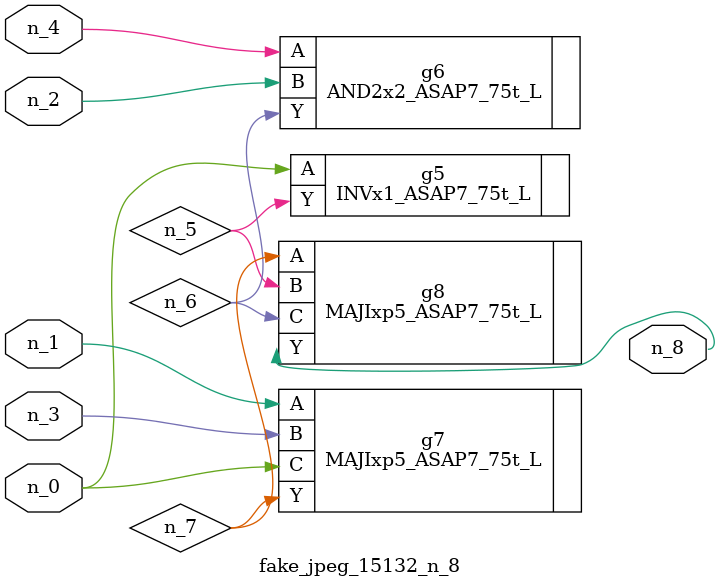
<source format=v>
module fake_jpeg_15132_n_8 (n_3, n_2, n_1, n_0, n_4, n_8);

input n_3;
input n_2;
input n_1;
input n_0;
input n_4;

output n_8;

wire n_6;
wire n_5;
wire n_7;

INVx1_ASAP7_75t_L g5 ( 
.A(n_0),
.Y(n_5)
);

AND2x2_ASAP7_75t_L g6 ( 
.A(n_4),
.B(n_2),
.Y(n_6)
);

MAJIxp5_ASAP7_75t_L g7 ( 
.A(n_1),
.B(n_3),
.C(n_0),
.Y(n_7)
);

MAJIxp5_ASAP7_75t_L g8 ( 
.A(n_7),
.B(n_5),
.C(n_6),
.Y(n_8)
);


endmodule
</source>
